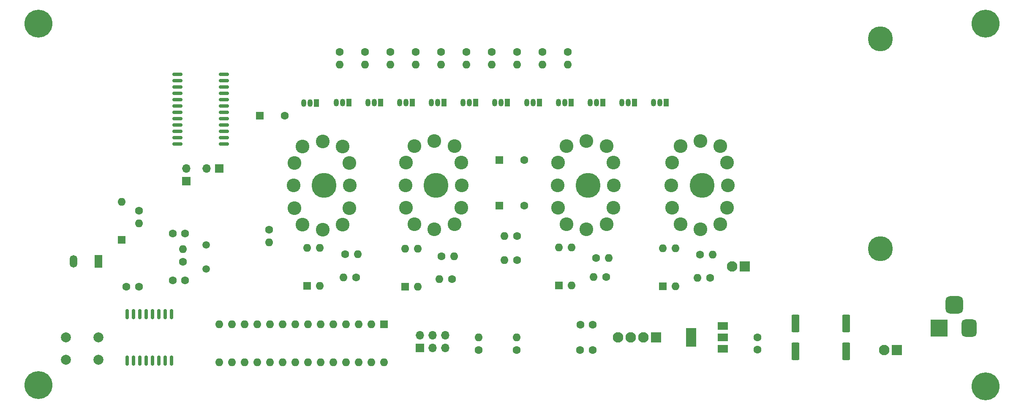
<source format=gbr>
%TF.GenerationSoftware,KiCad,Pcbnew,(6.0.10)*%
%TF.CreationDate,2023-02-17T13:49:40-08:00*%
%TF.ProjectId,nixie_clock,6e697869-655f-4636-9c6f-636b2e6b6963,1.5*%
%TF.SameCoordinates,Original*%
%TF.FileFunction,Soldermask,Top*%
%TF.FilePolarity,Negative*%
%FSLAX46Y46*%
G04 Gerber Fmt 4.6, Leading zero omitted, Abs format (unit mm)*
G04 Created by KiCad (PCBNEW (6.0.10)) date 2023-02-17 13:49:40*
%MOMM*%
%LPD*%
G01*
G04 APERTURE LIST*
G04 Aperture macros list*
%AMRoundRect*
0 Rectangle with rounded corners*
0 $1 Rounding radius*
0 $2 $3 $4 $5 $6 $7 $8 $9 X,Y pos of 4 corners*
0 Add a 4 corners polygon primitive as box body*
4,1,4,$2,$3,$4,$5,$6,$7,$8,$9,$2,$3,0*
0 Add four circle primitives for the rounded corners*
1,1,$1+$1,$2,$3*
1,1,$1+$1,$4,$5*
1,1,$1+$1,$6,$7*
1,1,$1+$1,$8,$9*
0 Add four rect primitives between the rounded corners*
20,1,$1+$1,$2,$3,$4,$5,0*
20,1,$1+$1,$4,$5,$6,$7,0*
20,1,$1+$1,$6,$7,$8,$9,0*
20,1,$1+$1,$8,$9,$2,$3,0*%
G04 Aperture macros list end*
%ADD10R,2.000000X1.500000*%
%ADD11R,2.000000X3.800000*%
%ADD12C,2.000000*%
%ADD13R,1.050000X1.500000*%
%ADD14O,1.050000X1.500000*%
%ADD15C,5.000000*%
%ADD16C,2.743200*%
%ADD17R,1.700000X1.700000*%
%ADD18O,1.700000X1.700000*%
%ADD19C,1.500000*%
%ADD20RoundRect,0.150000X0.875000X0.150000X-0.875000X0.150000X-0.875000X-0.150000X0.875000X-0.150000X0*%
%ADD21C,1.600000*%
%ADD22O,1.600000X1.600000*%
%ADD23R,1.500000X2.500000*%
%ADD24O,1.500000X2.500000*%
%ADD25R,2.100000X2.100000*%
%ADD26C,2.100000*%
%ADD27R,1.600000X1.600000*%
%ADD28C,3.600000*%
%ADD29C,5.600000*%
%ADD30RoundRect,0.250000X-0.550000X1.500000X-0.550000X-1.500000X0.550000X-1.500000X0.550000X1.500000X0*%
%ADD31C,2.900000*%
%ADD32R,3.500000X3.500000*%
%ADD33RoundRect,0.750000X0.750000X1.000000X-0.750000X1.000000X-0.750000X-1.000000X0.750000X-1.000000X0*%
%ADD34RoundRect,0.875000X0.875000X0.875000X-0.875000X0.875000X-0.875000X-0.875000X0.875000X-0.875000X0*%
%ADD35RoundRect,0.150000X-0.150000X0.875000X-0.150000X-0.875000X0.150000X-0.875000X0.150000X0.875000X0*%
G04 APERTURE END LIST*
D10*
%TO.C,U4*%
X193650000Y-124220000D03*
X193650000Y-121920000D03*
D11*
X187350000Y-121920000D03*
D10*
X193650000Y-119620000D03*
%TD*%
D12*
%TO.C,SW0*%
X68515564Y-126420000D03*
X62015564Y-126420000D03*
X68515564Y-121920000D03*
X62015564Y-121920000D03*
%TD*%
D13*
%TO.C,QC1*%
X150482671Y-74903210D03*
D14*
X149212671Y-74903210D03*
X147942671Y-74903210D03*
%TD*%
D15*
%TO.C,Min1*%
X166670414Y-91429763D03*
D16*
X171717914Y-95929763D03*
X162352914Y-99247263D03*
X160670414Y-95929763D03*
X160543414Y-91429763D03*
X160670414Y-86929763D03*
X162352914Y-83612263D03*
X166352914Y-82612263D03*
X170352914Y-83612263D03*
X171717914Y-86929763D03*
X171844914Y-91429763D03*
X170352914Y-99247263D03*
X166352914Y-100247263D03*
%TD*%
D17*
%TO.C,J5*%
X86166832Y-90624125D03*
D18*
X86166832Y-88084125D03*
%TD*%
D19*
%TO.C,Y0*%
X90147738Y-103380000D03*
X90147738Y-108260000D03*
%TD*%
D20*
%TO.C,U3*%
X93650000Y-83185000D03*
X93650000Y-81915000D03*
X93650000Y-80645000D03*
X93650000Y-79375000D03*
X93650000Y-78105000D03*
X93650000Y-76835000D03*
X93650000Y-75565000D03*
X93650000Y-74295000D03*
X93650000Y-73025000D03*
X93650000Y-71755000D03*
X93650000Y-70485000D03*
X93650000Y-69215000D03*
X84350000Y-69215000D03*
X84350000Y-70485000D03*
X84350000Y-71755000D03*
X84350000Y-73025000D03*
X84350000Y-74295000D03*
X84350000Y-75565000D03*
X84350000Y-76835000D03*
X84350000Y-78105000D03*
X84350000Y-79375000D03*
X84350000Y-80645000D03*
X84350000Y-81915000D03*
X84350000Y-83185000D03*
%TD*%
D15*
%TO.C,Hour1*%
X113783296Y-91500956D03*
D16*
X118830796Y-96000956D03*
X109465796Y-99318456D03*
X107783296Y-96000956D03*
X107656296Y-91500956D03*
X107783296Y-87000956D03*
X109465796Y-83683456D03*
X113465796Y-82683456D03*
X117465796Y-83683456D03*
X118830796Y-87000956D03*
X118957796Y-91500956D03*
X117465796Y-99318456D03*
X113465796Y-100318456D03*
%TD*%
D21*
%TO.C,Rd0*%
X152438074Y-106470400D03*
D22*
X149898074Y-106470400D03*
%TD*%
D21*
%TO.C,R4*%
X137220414Y-64739763D03*
D22*
X137220414Y-67279763D03*
%TD*%
D21*
%TO.C,C3*%
X76640000Y-111760000D03*
X74140000Y-111760000D03*
%TD*%
D23*
%TO.C,C_Bat1*%
X68580000Y-106680000D03*
D24*
X63580000Y-106680000D03*
%TD*%
D25*
%TO.C,J3*%
X180340000Y-121920000D03*
D26*
X177800000Y-121920000D03*
X175260000Y-121920000D03*
X172720000Y-121920000D03*
%TD*%
D15*
%TO.C,Min0*%
X189490832Y-91429763D03*
D16*
X194538332Y-95929763D03*
X185173332Y-99247263D03*
X183490832Y-95929763D03*
X183363832Y-91429763D03*
X183490832Y-86929763D03*
X185173332Y-83612263D03*
X189173332Y-82612263D03*
X193173332Y-83612263D03*
X194538332Y-86929763D03*
X194665332Y-91429763D03*
X193173332Y-99247263D03*
X189173332Y-100247263D03*
%TD*%
D25*
%TO.C,J2*%
X198095634Y-107733126D03*
D26*
X195555634Y-107733126D03*
%TD*%
D27*
%TO.C,D1*%
X73236593Y-102414472D03*
D22*
X73236593Y-94794472D03*
%TD*%
D28*
%TO.C,REF\u002A\u002A*%
X56500000Y-131500000D03*
D29*
X56500000Y-131500000D03*
%TD*%
D21*
%TO.C,Rd1*%
X152458170Y-101642782D03*
D22*
X149918170Y-101642782D03*
%TD*%
D21*
%TO.C,R9*%
X162620414Y-64739763D03*
D22*
X162620414Y-67279763D03*
%TD*%
D13*
%TO.C,Q2*%
X131446238Y-74899763D03*
D14*
X130176238Y-74899763D03*
X128906238Y-74899763D03*
%TD*%
D21*
%TO.C,R0*%
X116900414Y-64739763D03*
D22*
X116900414Y-67279763D03*
%TD*%
D21*
%TO.C,C5*%
X165140000Y-119380000D03*
X167640000Y-119380000D03*
%TD*%
%TO.C,R2*%
X127060414Y-64739763D03*
D22*
X127060414Y-67279763D03*
%TD*%
D27*
%TO.C,UM1*%
X160803779Y-111516736D03*
D22*
X163343779Y-111516736D03*
X163343779Y-103896736D03*
X160803779Y-103896736D03*
%TD*%
D21*
%TO.C,CX1*%
X85934104Y-110534304D03*
X83434104Y-110534304D03*
%TD*%
D27*
%TO.C,NE1*%
X148890414Y-86349763D03*
D21*
X153890414Y-86349763D03*
%TD*%
D17*
%TO.C,J4*%
X92721963Y-88084125D03*
D18*
X90181963Y-88084125D03*
%TD*%
D17*
%TO.C,J6*%
X132955267Y-124084884D03*
D18*
X132955267Y-121544884D03*
X135495267Y-124084884D03*
X135495267Y-121544884D03*
X138035267Y-124084884D03*
X138035267Y-121544884D03*
%TD*%
D21*
%TO.C,Rd2*%
X120160247Y-109964681D03*
D22*
X117620247Y-109964681D03*
%TD*%
D13*
%TO.C,QPM1*%
X112199964Y-74954145D03*
D14*
X110929964Y-74954145D03*
X109659964Y-74954145D03*
%TD*%
D21*
%TO.C,RPM1*%
X102749270Y-100346610D03*
D22*
X102749270Y-102886610D03*
%TD*%
D13*
%TO.C,Q5*%
X156891882Y-74903167D03*
D14*
X155621882Y-74903167D03*
X154351882Y-74903167D03*
%TD*%
D27*
%TO.C,UM0*%
X181665414Y-111719763D03*
D22*
X184205414Y-111719763D03*
X184205414Y-104099763D03*
X181665414Y-104099763D03*
%TD*%
D27*
%TO.C,NE2*%
X148897390Y-95502263D03*
D21*
X153897390Y-95502263D03*
%TD*%
D13*
%TO.C,Q9*%
X182291882Y-74903167D03*
D14*
X181021882Y-74903167D03*
X179751882Y-74903167D03*
%TD*%
D21*
%TO.C,Rda1*%
X152400000Y-124460000D03*
D22*
X152400000Y-121920000D03*
%TD*%
D30*
%TO.C,C0*%
X218440000Y-119120000D03*
X218440000Y-124720000D03*
%TD*%
D13*
%TO.C,Q4*%
X144146238Y-74899763D03*
D14*
X142876238Y-74899763D03*
X141606238Y-74899763D03*
%TD*%
D29*
%TO.C,REF\u002A\u002A*%
X56500000Y-59000000D03*
D28*
X56500000Y-59000000D03*
%TD*%
D31*
%TO.C,REF\u002A\u002A*%
X225235825Y-104140000D03*
D15*
X225235825Y-104140000D03*
%TD*%
D21*
%TO.C,R3*%
X132140414Y-64739763D03*
D22*
X132140414Y-67279763D03*
%TD*%
D21*
%TO.C,R6*%
X147380414Y-64739763D03*
D22*
X147380414Y-67279763D03*
%TD*%
D21*
%TO.C,R5*%
X142300414Y-64739763D03*
D22*
X142300414Y-67279763D03*
%TD*%
D27*
%TO.C,U1*%
X125780414Y-119359763D03*
D22*
X123240414Y-119359763D03*
X120700414Y-119359763D03*
X118160414Y-119359763D03*
X115620414Y-119359763D03*
X113080414Y-119359763D03*
X110540414Y-119359763D03*
X108000414Y-119359763D03*
X105460414Y-119359763D03*
X102920414Y-119359763D03*
X100380414Y-119359763D03*
X97840414Y-119359763D03*
X95300414Y-119359763D03*
X92760414Y-119359763D03*
X92760414Y-126979763D03*
X95300414Y-126979763D03*
X97840414Y-126979763D03*
X100380414Y-126979763D03*
X102920414Y-126979763D03*
X105460414Y-126979763D03*
X108000414Y-126979763D03*
X110540414Y-126979763D03*
X113080414Y-126979763D03*
X115620414Y-126979763D03*
X118160414Y-126979763D03*
X120700414Y-126979763D03*
X123240414Y-126979763D03*
X125780414Y-126979763D03*
%TD*%
D21*
%TO.C,Rch1*%
X76640000Y-96520000D03*
D22*
X76640000Y-99060000D03*
%TD*%
D21*
%TO.C,Rc1*%
X139404516Y-110249303D03*
D22*
X136864516Y-110249303D03*
%TD*%
D15*
%TO.C,Hour0*%
X136190414Y-91429763D03*
D16*
X141237914Y-95929763D03*
X131872914Y-99247263D03*
X130190414Y-95929763D03*
X130063414Y-91429763D03*
X130190414Y-86929763D03*
X131872914Y-83612263D03*
X135872914Y-82612263D03*
X139872914Y-83612263D03*
X141237914Y-86929763D03*
X141364914Y-91429763D03*
X139872914Y-99247263D03*
X135872914Y-100247263D03*
%TD*%
D21*
%TO.C,R7*%
X152460414Y-64739763D03*
D22*
X152460414Y-67279763D03*
%TD*%
D21*
%TO.C,R8*%
X157540414Y-64739763D03*
D22*
X157540414Y-67279763D03*
%TD*%
D28*
%TO.C,REF\u002A\u002A*%
X246380000Y-131750000D03*
D29*
X246380000Y-131750000D03*
%TD*%
D13*
%TO.C,Q3*%
X137796238Y-74899763D03*
D14*
X136526238Y-74899763D03*
X135256238Y-74899763D03*
%TD*%
D21*
%TO.C,RH0*%
X137314654Y-105729170D03*
D22*
X139854654Y-105729170D03*
%TD*%
D27*
%TO.C,UH0*%
X130015414Y-111749763D03*
D22*
X132555414Y-111749763D03*
X132555414Y-104129763D03*
X130015414Y-104129763D03*
%TD*%
D29*
%TO.C,REF\u002A\u002A*%
X246380000Y-59000000D03*
D28*
X246380000Y-59000000D03*
%TD*%
D30*
%TO.C,C1*%
X208280000Y-119120000D03*
X208280000Y-124720000D03*
%TD*%
D21*
%TO.C,CX0*%
X85937995Y-101081412D03*
X83437995Y-101081412D03*
%TD*%
D13*
%TO.C,Q6*%
X163241882Y-74903167D03*
D14*
X161971882Y-74903167D03*
X160701882Y-74903167D03*
%TD*%
D13*
%TO.C,Q8*%
X175941882Y-74903167D03*
D14*
X174671882Y-74903167D03*
X173401882Y-74903167D03*
%TD*%
D13*
%TO.C,Q1*%
X125096238Y-74899763D03*
D14*
X123826238Y-74899763D03*
X122556238Y-74899763D03*
%TD*%
D21*
%TO.C,R1*%
X121980414Y-64739763D03*
D22*
X121980414Y-67279763D03*
%TD*%
D21*
%TO.C,Ra1*%
X191176987Y-109980089D03*
D22*
X188636987Y-109980089D03*
%TD*%
D21*
%TO.C,RM1*%
X168269562Y-106018785D03*
D22*
X170809562Y-106018785D03*
%TD*%
D21*
%TO.C,Rx1*%
X85440968Y-106800509D03*
D22*
X85440968Y-104260509D03*
%TD*%
D31*
%TO.C,REF\u002A\u002A*%
X225235825Y-62105302D03*
D15*
X225235825Y-62105302D03*
%TD*%
D27*
%TO.C,NE3*%
X100897945Y-77467146D03*
D21*
X105897945Y-77467146D03*
%TD*%
D32*
%TO.C,J0*%
X237068212Y-120123855D03*
D33*
X243068212Y-120123855D03*
D34*
X240068212Y-115423855D03*
%TD*%
D27*
%TO.C,UH1*%
X110374288Y-111601137D03*
D22*
X112914288Y-111601137D03*
X112914288Y-103981137D03*
X110374288Y-103981137D03*
%TD*%
D21*
%TO.C,Rcl1*%
X144780000Y-124460000D03*
D22*
X144780000Y-121920000D03*
%TD*%
D13*
%TO.C,Q7*%
X169591882Y-74903167D03*
D14*
X168321882Y-74903167D03*
X167051882Y-74903167D03*
%TD*%
D25*
%TO.C,J1*%
X228600000Y-124460000D03*
D26*
X226060000Y-124460000D03*
%TD*%
D35*
%TO.C,U2*%
X83185000Y-117270000D03*
X81915000Y-117270000D03*
X80645000Y-117270000D03*
X79375000Y-117270000D03*
X78105000Y-117270000D03*
X76835000Y-117270000D03*
X75565000Y-117270000D03*
X74295000Y-117270000D03*
X74295000Y-126570000D03*
X75565000Y-126570000D03*
X76835000Y-126570000D03*
X78105000Y-126570000D03*
X79375000Y-126570000D03*
X80645000Y-126570000D03*
X81915000Y-126570000D03*
X83185000Y-126570000D03*
%TD*%
D21*
%TO.C,RH1*%
X118019288Y-105261137D03*
D22*
X120559288Y-105261137D03*
%TD*%
D21*
%TO.C,RM0*%
X189145758Y-105379763D03*
D22*
X191685758Y-105379763D03*
%TD*%
D21*
%TO.C,Rb1*%
X170289132Y-109836694D03*
D22*
X167749132Y-109836694D03*
%TD*%
D21*
%TO.C,C4*%
X165100000Y-124460000D03*
X167600000Y-124460000D03*
%TD*%
%TO.C,C2*%
X200660000Y-121920000D03*
X200660000Y-124420000D03*
%TD*%
D13*
%TO.C,Q0*%
X118746238Y-74899763D03*
D14*
X117476238Y-74899763D03*
X116206238Y-74899763D03*
%TD*%
M02*

</source>
